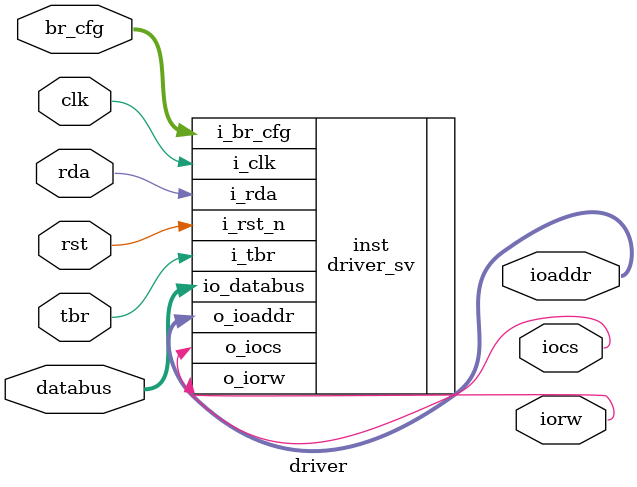
<source format=v>
module driver(
    input clk,
    input rst,
    input [1:0] br_cfg,
    output iocs,
    output iorw,
    input rda,
    input tbr,
    output [1:0] ioaddr,
    inout [7:0] databus
    );

    driver_sv inst(
        .i_clk(clk),
        .i_rst_n(rst),
        .i_br_cfg(br_cfg),
        .o_iocs(iocs),
        .o_iorw(iorw),
        .i_rda(rda),
        .i_tbr(tbr),
        .o_ioaddr(ioaddr),
        .io_databus(databus)
    );

endmodule

</source>
